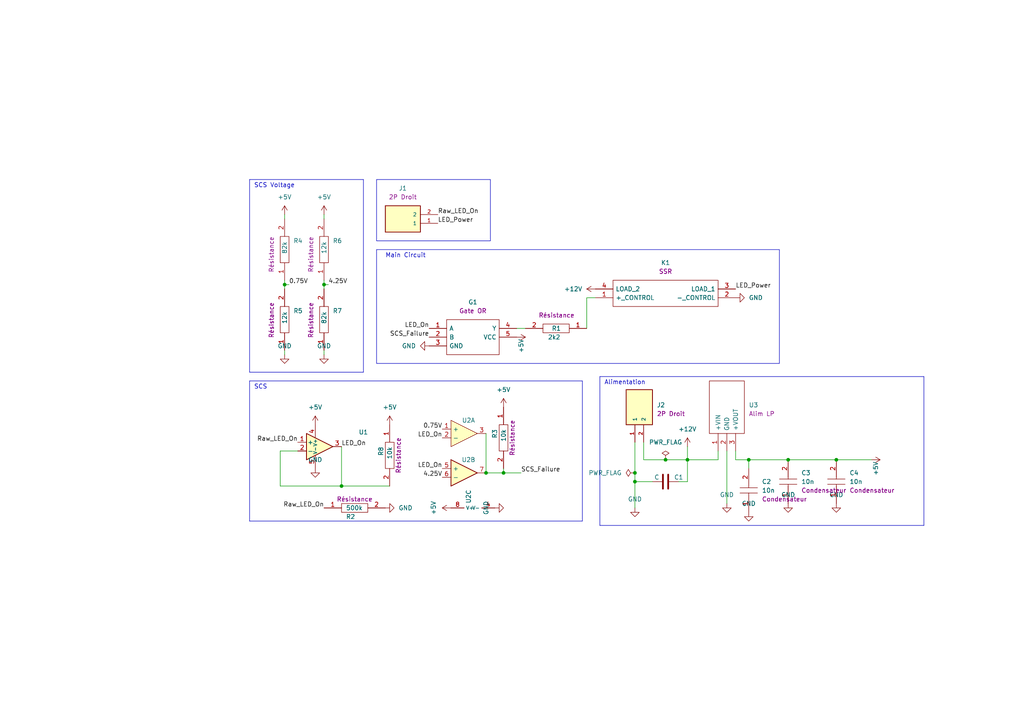
<source format=kicad_sch>
(kicad_sch (version 20231120) (generator "eeschema") (generator_version "8.0")
  (paper "A4")
  (lib_symbols
    (symbol "Device:C" (pin_numbers hide) (pin_names (offset 0.254))
      (property "Reference" "C" (at 0.635 2.54 0))
      (property "Value" "C" (at 0.635 -2.54 0))
      (symbol "C_0_1"
        (polyline (pts (xy -2.032 -0.762) (xy 2.032 -0.762)) (stroke (width 0.508)))
        (polyline (pts (xy -2.032 0.762) (xy 2.032 0.762)) (stroke (width 0.508)))
      )
      (symbol "C_1_1"
        (pin passive line (at 0 3.81 270) (length 2.794) (name "~") (number "1"))
        (pin passive line (at 0 -3.81 90) (length 2.794) (name "~") (number "2"))
      )
    )
    (symbol "EPSA_lib:2P Droit 2-11-2022" (pin_names (offset 1.016))
      (property "Reference" "J" (at 6.35 5.08 0))
      (property "Render Name" "2P Droit" (at 0 3.81 0))
      (symbol "2P Droit 2-11-2022_0_0"
        (rectangle (start -5.08 -5.08) (end 5.08 2.54) (stroke (width 0.254)) (fill (type background)))
        (pin passive line (at -10.16 0 0) (length 5.08) (name "1") (number "1"))
        (pin passive line (at -10.16 -2.54 0) (length 5.08) (name "2") (number "2"))
      )
    )
    (symbol "EPSA_lib:Alim LP TSR_0.5-2450" (pin_names (offset 0.762))
      (property "Reference" "U" (at 20.32 11.43 0))
      (property "Render Name" "Alim LP" (at 11.43 8.89 0))
      (symbol "Alim LP TSR_0.5-2450_0_0"
        (pin passive line (at -1.27 5.08 0) (length 5.08) (name "+VIN") (number "1"))
        (pin passive line (at -1.27 2.54 0) (length 5.08) (name "GND") (number "2"))
        (pin passive line (at -1.27 0 0) (length 5.08) (name "+VOUT") (number "3"))
      )
      (symbol "Alim LP TSR_0.5-2450_0_1"
        (polyline (pts (xy 3.81 7.62) (xy 19.05 7.62) (xy 19.05 -2.54) (xy 3.81 -2.54) (xy 3.81 7.62)) (stroke (width 0.1524)))
      )
    )
    (symbol "EPSA_lib:Condensateur 0805Y1000104JXT" (pin_names (offset 0.762))
      (property "Reference" "C" (at 1.5 -1.8 0))
      (property "Value" "10u" (at 11.43 -2.54 0))
      (property "Render Name" "Condensateur" (at 6.35 3.81 0))
      (symbol "Condensateur 0805Y1000104JXT_0_0"
        (pin passive line (at 0 0 0) (length 5.08) (name "~") (number "1"))
        (pin passive line (at 12.7 0 180) (length 5.08) (name "~") (number "2"))
      )
      (symbol "Condensateur 0805Y1000104JXT_0_1"
        (polyline (pts (xy 5.08 0) (xy 5.588 0)) (stroke (width 0.1524)))
        (polyline (pts (xy 5.588 2.54) (xy 5.588 -2.54)) (stroke (width 0.1524)))
        (polyline (pts (xy 7.112 0) (xy 7.62 0)) (stroke (width 0.1524)))
        (polyline (pts (xy 7.112 2.54) (xy 7.112 -2.54)) (stroke (width 0.1524)))
      )
    )
    (symbol "EPSA_lib:Gate OR SN74AHCT1G32DBVR" (pin_names (offset 0.762))
      (property "Reference" "G" (at 34.29 8.89 0))
      (property "Render Name" "Gate OR" (at 12.7 3.81 0))
      (symbol "Gate OR SN74AHCT1G32DBVR_0_0"
        (pin passive line (at 0 0 0) (length 5.08) (name "A") (number "1"))
        (pin passive line (at 0 -2.54 0) (length 5.08) (name "B") (number "2"))
        (pin passive line (at 0 -5.08 0) (length 5.08) (name "GND") (number "3"))
        (pin passive line (at 25.4 0 180) (length 5.08) (name "Y") (number "4"))
        (pin passive line (at 25.4 -2.54 180) (length 5.08) (name "VCC") (number "5"))
      )
      (symbol "Gate OR SN74AHCT1G32DBVR_0_1"
        (polyline (pts (xy 5.08 2.54) (xy 20.32 2.54) (xy 20.32 -7.62) (xy 5.08 -7.62) (xy 5.08 2.54)) (stroke (width 0.1524)))
      )
    )
    (symbol "EPSA_lib:Opamp" (pin_names (offset 0.254))
      (property "Reference" "U" (at 2.54 2.54 0))
      (property "Value" "${SIM.PARAMS}" (at 13.97 -5.08 0))
      (symbol "Opamp_0_1"
        (polyline (pts (xy 5.08 0) (xy -2.54 3.81) (xy -2.54 -3.81) (xy 5.08 0)) (stroke (width 0.254)) (fill (type background)))
      )
      (symbol "Opamp_1_1"
        (pin input line (at -5.08 1.27 0) (length 2.54) (name "+") (number "1"))
        (pin input line (at -5.08 -1.27 0) (length 2.54) (name "-") (number "2"))
        (pin open_collector line (at 7.62 0 180) (length 2.54) (name "~") (number "3"))
        (pin power_in line (at 0 6.35 270) (length 3.81) (name "V+") (number "4"))
        (pin power_in line (at 0 -6.35 90) (length 3.81) (name "V-") (number "5"))
      )
    )
    (symbol "EPSA_lib:Opamp_Dual"
      (property "Reference" "U" (at 7.62 -2.54 0))
      (property "Value" "Opamp_Dual" (at 10.16 -3.81 0))
      (symbol "Opamp_Dual_1_1"
        (polyline (pts (xy 0 3.81) (xy 0 -3.81) (xy 7.62 0) (xy 0 3.81)) (fill (type background)))
        (pin input line (at -2.54 1.27 0) (length 2.54) (name "+") (number "1"))
        (pin input line (at -2.54 -1.27 0) (length 2.54) (name "-") (number "2"))
        (pin open_collector line (at 10.16 0 180) (length 2.54) (name "~") (number "3"))
      )
      (symbol "Opamp_Dual_2_1"
        (polyline (pts (xy 0 3.81) (xy 7.62 0) (xy 0 -3.81) (xy 0 3.81)) (stroke (width 0.254)) (fill (type background)))
        (pin input line (at -2.54 1.27 0) (length 2.54) (name "+") (number "5"))
        (pin input line (at -2.54 -1.27 0) (length 2.54) (name "-") (number "6"))
        (pin open_collector line (at 10.16 0 180) (length 2.54) (name "~") (number "7"))
      )
      (symbol "Opamp_Dual_3_1"
        (pin power_in line (at 0 -6.35 90) (length 3.81) (name "V-") (number "4"))
        (pin power_in line (at 0 6.35 270) (length 3.81) (name "V+") (number "8"))
      )
    )
    (symbol "EPSA_lib:Résistance RK73H2BLTDD2152F" (pin_names (offset 0.762))
      (property "Reference" "R" (at 25.4 5.08 0))
      (property "Value" "10" (at 7.62 0 0))
      (property "Render Name" "Résistance" (at 8.89 2.54 0))
      (symbol "Résistance RK73H2BLTDD2152F_0_0"
        (pin passive line (at 0 0 0) (length 5.08) (name "~") (number "1"))
        (pin passive line (at 17.78 0 180) (length 5.08) (name "~") (number "2"))
      )
      (symbol "Résistance RK73H2BLTDD2152F_0_1"
        (polyline (pts (xy 5.08 1.27) (xy 12.7 1.27) (xy 12.7 -1.27) (xy 5.08 -1.27) (xy 5.08 1.27)) (stroke (width 0.1524)))
      )
    )
    (symbol "EPSA_lib:SSR CPC1394GR" (pin_names (offset 0.762))
      (property "Reference" "K" (at 19.05 -1.27 0))
      (property "Render Name" "SSR" (at 19.05 3.81 0))
      (symbol "SSR CPC1394GR_0_0"
        (pin passive line (at 0 -2.54 0) (length 5.08) (name "+_CONTROL") (number "1"))
        (pin passive line (at 40.64 -2.54 180) (length 5.08) (name "-_CONTROL") (number "2"))
        (pin passive line (at 40.64 0 180) (length 5.08) (name "LOAD_1") (number "3"))
        (pin passive line (at 0 0 0) (length 5.08) (name "LOAD_2") (number "4"))
      )
      (symbol "SSR CPC1394GR_0_1"
        (polyline (pts (xy 5.08 2.54) (xy 35.56 2.54) (xy 35.56 -5.08) (xy 5.08 -5.08) (xy 5.08 2.54)) (stroke (width 0.1524)))
      )
    )
    (symbol "Résistance RK73H2BLTDD2152F_1" (pin_names (offset 0.762))
      (property "Reference" "R" (at 25.4 5.08 0))
      (property "Value" "10" (at 7.62 0 0))
      (property "Render Name" "Résistance" (at 8.89 2.54 0))
      (symbol "Résistance RK73H2BLTDD2152F_1_0_0"
        (pin passive line (at 0 0 0) (length 5.08) (name "~") (number "1"))
        (pin passive line (at 17.78 0 180) (length 5.08) (name "~") (number "2"))
      )
      (symbol "Résistance RK73H2BLTDD2152F_1_0_1"
        (polyline (pts (xy 5.08 1.27) (xy 12.7 1.27) (xy 12.7 -1.27) (xy 5.08 -1.27) (xy 5.08 1.27)) (stroke (width 0.1524)))
      )
    )
    (symbol "Résistance RK73H2BLTDD2152F_3" (pin_names (offset 0.762))
      (property "Reference" "R" (at 25.4 5.08 0))
      (property "Value" "10" (at 7.62 0 0))
      (property "Render Name" "Résistance" (at 8.89 2.54 0))
      (symbol "Résistance RK73H2BLTDD2152F_3_0_0"
        (pin passive line (at 0 0 0) (length 5.08) (name "~") (number "1"))
        (pin passive line (at 17.78 0 180) (length 5.08) (name "~") (number "2"))
      )
      (symbol "Résistance RK73H2BLTDD2152F_3_0_1"
        (polyline (pts (xy 5.08 1.27) (xy 12.7 1.27) (xy 12.7 -1.27) (xy 5.08 -1.27) (xy 5.08 1.27)) (stroke (width 0.1524)))
      )
    )
    (symbol "Résistance RK73H2BLTDD2152F_4" (pin_names (offset 0.762))
      (property "Reference" "R" (at 25.4 5.08 0))
      (property "Value" "10" (at 7.62 0 0))
      (property "Render Name" "Résistance" (at 8.89 2.54 0))
      (symbol "Résistance RK73H2BLTDD2152F_4_0_0"
        (pin passive line (at 0 0 0) (length 5.08) (name "~") (number "1"))
        (pin passive line (at 17.78 0 180) (length 5.08) (name "~") (number "2"))
      )
      (symbol "Résistance RK73H2BLTDD2152F_4_0_1"
        (polyline (pts (xy 5.08 1.27) (xy 12.7 1.27) (xy 12.7 -1.27) (xy 5.08 -1.27) (xy 5.08 1.27)) (stroke (width 0.1524)))
      )
    )
    (symbol "Résistance RK73H2BLTDD2152F_5" (pin_names (offset 0.762))
      (property "Reference" "R" (at 25.4 5.08 0))
      (property "Value" "10" (at 7.62 0 0))
      (property "Render Name" "Résistance" (at 8.89 2.54 0))
      (symbol "Résistance RK73H2BLTDD2152F_5_0_0"
        (pin passive line (at 0 0 0) (length 5.08) (name "~") (number "1"))
        (pin passive line (at 17.78 0 180) (length 5.08) (name "~") (number "2"))
      )
      (symbol "Résistance RK73H2BLTDD2152F_5_0_1"
        (polyline (pts (xy 5.08 1.27) (xy 12.7 1.27) (xy 12.7 -1.27) (xy 5.08 -1.27) (xy 5.08 1.27)) (stroke (width 0.1524)))
      )
    )
    (symbol "power:+12V" (power) (pin_names (offset 0))
      (property "Value" "+12V" (at 0 3.556 0))
      (symbol "+12V_0_1"
        (polyline (pts (xy -0.762 1.27) (xy 0 2.54)))
        (polyline (pts (xy 0 0) (xy 0 2.54)))
        (polyline (pts (xy 0 2.54) (xy 0.762 1.27)))
      )
      (symbol "+12V_1_1"
        (pin power_in line (at 0 0 90) (length 0) hide (name "+12V") (number "1"))
      )
    )
    (symbol "power:+5V" (power) (pin_names (offset 0))
      (property "Value" "+5V" (at 0 3.556 0))
      (symbol "+5V_0_1"
        (polyline (pts (xy -0.762 1.27) (xy 0 2.54)))
        (polyline (pts (xy 0 0) (xy 0 2.54)))
        (polyline (pts (xy 0 2.54) (xy 0.762 1.27)))
      )
      (symbol "+5V_1_1"
        (pin power_in line (at 0 0 90) (length 0) hide (name "+5V") (number "1"))
      )
    )
    (symbol "power:GND" (power) (pin_names (offset 0))
      (property "Value" "GND" (at 0 -3.81 0))
      (symbol "GND_0_1"
        (polyline (pts (xy 0 0) (xy 0 -1.27) (xy 1.27 -1.27) (xy 0 -2.54) (xy -1.27 -1.27) (xy 0 -1.27)))
      )
      (symbol "GND_1_1"
        (pin power_in line (at 0 0 270) (length 0) hide (name "GND") (number "1"))
      )
    )
    (symbol "power:PWR_FLAG" (power) (pin_numbers hide) (pin_names (offset 0) hide)
      (property "Value" "PWR_FLAG" (at 0 3.81 0))
      (symbol "PWR_FLAG_0_0"
        (pin power_out line (at 0 0 90) (length 0) (name "pwr") (number "1"))
      )
      (symbol "PWR_FLAG_0_1"
        (polyline (pts (xy 0 0) (xy 0 1.27) (xy -1.016 1.905) (xy 0 2.54) (xy 1.016 1.905) (xy 0 1.27)))
      )
    )
  )
  (junction (at 242.57 133.35))
  (junction (at 193.04 133.35))
  (junction (at 146.05 137.16))
  (junction (at 93.98 82.55))
  (junction (at 184.15 139.7))
  (junction (at 99.06 140.97))
  (junction (at 199.39 133.35))
  (junction (at 228.6 133.35))
  (junction (at 217.17 133.35))
  (junction (at 140.97 137.16))
  (junction (at 184.15 137.16))
  (junction (at 82.55 82.55))
  (polyline (pts (xy 168.91 110.49) (xy 72.39 110.49)))
  (polyline (pts (xy 72.39 110.49) (xy 72.39 151.13)))
  (wire (pts (xy 99.06 129.54) (xy 99.06 140.97)))
  (wire (pts (xy 146.05 137.16) (xy 151.13 137.16)))
  (wire (pts (xy 93.98 82.55) (xy 93.98 83.82)))
  (polyline (pts (xy 105.41 107.95) (xy 72.39 107.95)))
  (wire (pts (xy 217.17 135.89) (xy 217.17 133.35)))
  (wire (pts (xy 184.15 137.16) (xy 184.15 139.7)))
  (polyline (pts (xy 173.99 152.4) (xy 267.97 152.4)))
  (wire (pts (xy 193.04 133.35) (xy 199.39 133.35)))
  (wire (pts (xy 146.05 137.16) (xy 146.05 135.89)))
  (wire (pts (xy 82.55 81.28) (xy 82.55 82.55)))
  (wire (pts (xy 82.55 62.23) (xy 82.55 63.5)))
  (wire (pts (xy 140.97 125.73) (xy 140.97 137.16)))
  (wire (pts (xy 170.18 86.36) (xy 170.18 95.25)))
  (wire (pts (xy 93.98 62.23) (xy 93.98 63.5)))
  (wire (pts (xy 186.69 128.27) (xy 186.69 133.35)))
  (wire (pts (xy 86.36 130.81) (xy 81.28 130.81)))
  (wire (pts (xy 170.18 86.36) (xy 172.72 86.36)))
  (polyline (pts (xy 72.39 52.07) (xy 105.41 52.07)))
  (polyline (pts (xy 173.99 109.22) (xy 173.99 152.4)))
  (wire (pts (xy 99.06 140.97) (xy 113.03 140.97)))
  (wire (pts (xy 186.69 133.35) (xy 193.04 133.35)))
  (wire (pts (xy 140.97 137.16) (xy 146.05 137.16)))
  (wire (pts (xy 184.15 128.27) (xy 184.15 137.16)))
  (wire (pts (xy 81.28 130.81) (xy 81.28 140.97)))
  (wire (pts (xy 81.28 140.97) (xy 99.06 140.97)))
  (polyline (pts (xy 168.91 151.13) (xy 168.91 110.49)))
  (wire (pts (xy 208.28 130.81) (xy 208.28 133.35)))
  (wire (pts (xy 208.28 133.35) (xy 199.39 133.35)))
  (polyline (pts (xy 72.39 52.07) (xy 72.39 107.95)))
  (polyline (pts (xy 72.39 151.13) (xy 168.91 151.13)))
  (polyline (pts (xy 105.41 52.07) (xy 105.41 107.95)))
  (wire (pts (xy 210.82 130.81) (xy 210.82 146.05)))
  (polyline (pts (xy 267.97 152.4) (xy 267.97 109.22)))
  (wire (pts (xy 199.39 139.7) (xy 199.39 133.35)))
  (wire (pts (xy 242.57 133.35) (xy 252.73 133.35)))
  (wire (pts (xy 199.39 129.54) (xy 199.39 133.35)))
  (wire (pts (xy 184.15 139.7) (xy 184.15 147.32)))
  (wire (pts (xy 228.6 133.35) (xy 242.57 133.35)))
  (wire (pts (xy 82.55 82.55) (xy 83.82 82.55)))
  (wire (pts (xy 184.15 139.7) (xy 189.23 139.7)))
  (polyline (pts (xy 267.97 109.22) (xy 173.99 109.22)))
  (wire (pts (xy 149.86 95.25) (xy 152.4 95.25)))
  (wire (pts (xy 93.98 82.55) (xy 95.25 82.55)))
  (wire (pts (xy 213.36 133.35) (xy 217.17 133.35)))
  (wire (pts (xy 93.98 81.28) (xy 93.98 82.55)))
  (wire (pts (xy 82.55 82.55) (xy 82.55 83.82)))
  (wire (pts (xy 82.55 101.6) (xy 82.55 102.87)))
  (wire (pts (xy 93.98 101.6) (xy 93.98 102.87)))
  (wire (pts (xy 217.17 133.35) (xy 228.6 133.35)))
  (wire (pts (xy 196.85 139.7) (xy 199.39 139.7)))
  (wire (pts (xy 213.36 130.81) (xy 213.36 133.35)))
  (rectangle (start 109.22 52.07) (end 142.24 69.85))
  (rectangle (start 109.22 72.39) (end 226.06 105.41))
  (text "Alimentation\n" (at 175.26 111.76 0) (effects (font (size 1.27 1.27)) (justify left bottom)))
  (text "Main Circuit" (at 111.76 74.93 0) (effects (font (size 1.27 1.27)) (justify left bottom)))
  (text "SCS\n" (at 73.66 113.03 0) (effects (font (size 1.27 1.27)) (justify left bottom)))
  (text "SCS Voltage" (at 73.66 54.61 0) (effects (font (size 1.27 1.27)) (justify left bottom)))
  (label "LED_On" (at 99.06 129.54 0))
  (label "SCS_Failure" (at 151.13 137.16 0))
  (label "4.25V" (at 128.27 138.43 180))
  (label "4.25V" (at 95.25 82.55 0))
  (label "LED_Power" (at 213.36 83.82 0))
  (label "LED_Power" (at 127 64.77 0))
  (label "LED_On" (at 124.46 95.25 180))
  (label "LED_On" (at 128.27 135.89 180))
  (label "SCS_Failure" (at 124.46 97.79 180))
  (label "Raw_LED_On" (at 127 62.23 0))
  (label "Raw_LED_On" (at 93.98 147.32 180))
  (label "Raw_LED_On" (at 86.36 128.27 180))
  (label "0.75V" (at 83.82 82.55 0))
  (label "0.75V" (at 128.27 124.46 180))
  (label "LED_On" (at 128.27 127 180))
  (symbol (lib_id "EPSA_lib:Opamp") (at 91.44 129.54 0) (unit 1)
    (property "Reference" "U1" (at 105.41 125.3491 0))
    (property "Value" "${SIM.PARAMS}" (effects (hide yes)))
    (property "Footprint" "Package_TO_SOT_SMD:SOT-353_SC-70-5_Handsoldering" (effects (hide yes)))
    (property "Datasheet" "https://www.ti.com/lit/gpn/tlv9064-q1" (effects (hide yes)))
    (property "Manufacturer_Name" "Texas Instruments" (effects (hide yes)))
    (property "Manufacturer_Part_Number" "TLV9061QDCKRQ1 " (effects (hide yes)))
    (property "Mouser Part Number" " 595-TLV9061QDCKRQ1 " (effects (hide yes)))
  )
  (symbol (lib_id "EPSA_lib:Condensateur 0805Y1000104JXT") (at 217.17 148.59 90) (unit 1)
    (property "Reference" "C2" (at 220.98 139.7 90) (effects (justify right)))
    (property "Value" "10n" (at 220.98 142.24 90) (effects (justify right)))
    (property "Footprint" "EPSA_lib:CAPC2012X130N" (effects (hide yes)))
    (property "Datasheet" "http://docs-europe.electrocomponents.com/webdocs/119d/0900766b8119d7bc.pdf" (effects (hide yes)))
    (property "Description" "Syfer 0805 Ceramic Chip Capacitors" (effects (hide yes)))
    (property "Sim.Pins" "1=+ 2=-" (effects (hide yes)))
    (property "Sim.Device" "C" (effects (hide yes)))
    (property "Height" "1.3" (effects (hide yes)))
    (property "Manufacturer_Name" "Syfer" (effects (hide yes)))
    (property "Manufacturer_Part_Number" "0805Y1000104JXT" (effects (hide yes)))
    (property "Render Name" "Condensateur" (at 220.98 144.78 90) (effects (justify right)))
  )
  (symbol (lib_id "EPSA_lib:Condensateur 0805Y1000104JXT") (at 242.57 146.05 90) (unit 1)
    (property "Reference" "C4" (at 246.38 137.16 90) (effects (justify right)))
    (property "Value" "10n" (at 246.38 139.7 90) (effects (justify right)))
    (property "Footprint" "EPSA_lib:CAPC2012X130N" (effects (hide yes)))
    (property "Datasheet" "http://docs-europe.electrocomponents.com/webdocs/119d/0900766b8119d7bc.pdf" (effects (hide yes)))
    (property "Description" "Syfer 0805 Ceramic Chip Capacitors" (effects (hide yes)))
    (property "Sim.Pins" "1=+ 2=-" (effects (hide yes)))
    (property "Sim.Device" "C" (effects (hide yes)))
    (property "Height" "1.3" (effects (hide yes)))
    (property "Manufacturer_Name" "Syfer" (effects (hide yes)))
    (property "Manufacturer_Part_Number" "0805Y1000104JXT" (effects (hide yes)))
    (property "Render Name" "Condensateur" (at 246.38 142.24 90) (effects (justify right)))
  )
  (symbol (lib_id "EPSA_lib:Condensateur 0805Y1000104JXT") (at 228.6 146.05 90) (unit 1)
    (property "Reference" "C3" (at 232.41 137.16 90) (effects (justify right)))
    (property "Value" "10n" (at 232.41 139.7 90) (effects (justify right)))
    (property "Footprint" "EPSA_lib:CAPC2012X130N" (effects (hide yes)))
    (property "Datasheet" "http://docs-europe.electrocomponents.com/webdocs/119d/0900766b8119d7bc.pdf" (effects (hide yes)))
    (property "Description" "Syfer 0805 Ceramic Chip Capacitors" (effects (hide yes)))
    (property "Sim.Pins" "1=+ 2=-" (effects (hide yes)))
    (property "Sim.Device" "C" (effects (hide yes)))
    (property "Height" "1.3" (effects (hide yes)))
    (property "Manufacturer_Name" "Syfer" (effects (hide yes)))
    (property "Manufacturer_Part_Number" "0805Y1000104JXT" (effects (hide yes)))
    (property "Render Name" "Condensateur" (at 232.41 142.24 90) (effects (justify right)))
  )
  (symbol (lib_id "power:+12V") (at 172.72 83.82 90) (unit 1)
    (property "Reference" "#PWR03" (effects (hide yes)))
    (property "Value" "+12V" (at 168.91 83.82 90) (effects (justify left)))
  )
  (symbol (lib_id "EPSA_lib:Résistance RK73H2BLTDD2152F") (at 113.03 123.19 270) (unit 1)
    (property "Reference" "R8" (at 110.49 129.54 0) (effects (justify left)))
    (property "Value" "10k" (at 113.03 129.54 0) (effects (justify left)))
    (property "Footprint" "EPSA_lib:RESC3216X70N" (effects (hide yes)))
    (property "Datasheet" "http://www.koaspeer.com/catimages/Products/RK73H/RK73H.pdf" (effects (hide yes)))
    (property "Description" "Thick Film Resistors - SMD" (effects (hide yes)))
    (property "Height" "0.7" (effects (hide yes)))
    (property "Manufacturer_Name" "KOA Speer" (effects (hide yes)))
    (property "Manufacturer_Part_Number" "RK73H2BLTDD2152F" (effects (hide yes)))
    (property "Mouser Part Number" "N/A" (effects (hide yes)))
    (property "Mouser Price/Stock" "https://www.mouser.co.uk/ProductDetail/KOA-Speer/RK73H2BLTDD2152F?qs=WeIALVmW3zmyxMFsjVzMRw%3D%3D" (effects (hide yes)))
    (property "Sim.Device" "R" (effects (hide yes)))
    (property "Sim.Params" "type=\"R\" model=\"10k\" lib=\"\"" (effects (hide yes)))
    (property "Sim.Pins" "1=+ 2=-" (effects (hide yes)))
    (property "Render Name" "Résistance" (at 115.57 132.08 0))
  )
  (symbol (lib_id "power:GND") (at 124.46 100.33 270) (unit 1)
    (property "Reference" "#GND010" (effects (hide yes)))
    (property "Value" "GND" (at 120.65 100.33 90) (effects (justify right)))
  )
  (symbol (lib_id "EPSA_lib:Résistance RK73H2BLTDD2152F") (at 93.98 147.32 0) (unit 1)
    (property "Reference" "R2" (at 100.33 149.86 0) (effects (justify left)))
    (property "Value" "500k" (at 100.33 147.32 0) (effects (justify left)))
    (property "Footprint" "EPSA_lib:RESC3216X70N" (effects (hide yes)))
    (property "Datasheet" "http://www.koaspeer.com/catimages/Products/RK73H/RK73H.pdf" (effects (hide yes)))
    (property "Description" "Thick Film Resistors - SMD" (effects (hide yes)))
    (property "Height" "0.7" (effects (hide yes)))
    (property "Manufacturer_Name" "KOA Speer" (effects (hide yes)))
    (property "Manufacturer_Part_Number" "RK73H2BLTDD2152F" (effects (hide yes)))
    (property "Mouser Part Number" "N/A" (effects (hide yes)))
    (property "Mouser Price/Stock" "https://www.mouser.co.uk/ProductDetail/KOA-Speer/RK73H2BLTDD2152F?qs=WeIALVmW3zmyxMFsjVzMRw%3D%3D" (effects (hide yes)))
    (property "Sim.Device" "R" (effects (hide yes)))
    (property "Sim.Params" "type=\"R\" model=\"10k\" lib=\"\"" (effects (hide yes)))
    (property "Sim.Pins" "1=+ 2=-" (effects (hide yes)))
    (property "Render Name" "Résistance" (at 102.87 144.78 0))
  )
  (symbol (lib_id "power:GND") (at 82.55 102.87 0) (unit 1)
    (property "Reference" "#GND07" (effects (hide yes)))
    (property "Value" "GND" (at 82.55 100.33 0))
  )
  (symbol (lib_id "power:GND") (at 217.17 148.59 0) (unit 1)
    (property "Reference" "#GND06" (effects (hide yes)))
    (property "Value" "GND" (at 217.17 146.05 0))
  )
  (symbol (lib_id "power:+5V") (at 130.81 147.32 90) (unit 1)
    (property "Reference" "#PWR05" (effects (hide yes)))
    (property "Value" "+5V" (at 125.73 147.32 0))
  )
  (symbol (lib_id "power:+5V") (at 91.44 123.19 0) (unit 1)
    (property "Reference" "#PWR04" (effects (hide yes)))
    (property "Value" "+5V" (at 91.44 118.11 0))
  )
  (symbol (lib_id "power:GND") (at 184.15 147.32 0) (unit 1)
    (property "Reference" "#GND04" (effects (hide yes)))
    (property "Value" "GND" (at 184.15 144.78 0))
  )
  (symbol (lib_id "power:+5V") (at 82.55 62.23 0) (unit 1)
    (property "Reference" "#PWR01" (effects (hide yes)))
    (property "Value" "+5V" (at 82.55 57.15 0))
  )
  (symbol (lib_id "power:PWR_FLAG") (at 193.04 133.35 0) (unit 1)
    (property "Reference" "#FLG01" (effects (hide yes)))
    (property "Value" "PWR_FLAG" (at 193.04 128.27 0))
  )
  (symbol (lib_id "power:GND") (at 242.57 146.05 0) (unit 1)
    (property "Reference" "#GND012" (effects (hide yes)))
    (property "Value" "GND" (at 242.57 143.51 0))
  )
  (symbol (lib_id "EPSA_lib:Résistance RK73H2BLTDD2152F") (at 146.05 118.11 270) (unit 1)
    (property "Reference" "R3" (at 143.51 124.46 0) (effects (justify left)))
    (property "Value" "10k" (at 146.05 124.46 0) (effects (justify left)))
    (property "Footprint" "EPSA_lib:RESC3216X70N" (effects (hide yes)))
    (property "Datasheet" "http://www.koaspeer.com/catimages/Products/RK73H/RK73H.pdf" (effects (hide yes)))
    (property "Description" "Thick Film Resistors - SMD" (effects (hide yes)))
    (property "Height" "0.7" (effects (hide yes)))
    (property "Manufacturer_Name" "KOA Speer" (effects (hide yes)))
    (property "Manufacturer_Part_Number" "RK73H2BLTDD2152F" (effects (hide yes)))
    (property "Mouser Part Number" "N/A" (effects (hide yes)))
    (property "Mouser Price/Stock" "https://www.mouser.co.uk/ProductDetail/KOA-Speer/RK73H2BLTDD2152F?qs=WeIALVmW3zmyxMFsjVzMRw%3D%3D" (effects (hide yes)))
    (property "Sim.Device" "R" (effects (hide yes)))
    (property "Sim.Params" "type=\"R\" model=\"10k\" lib=\"\"" (effects (hide yes)))
    (property "Sim.Pins" "1=+ 2=-" (effects (hide yes)))
    (property "Render Name" "Résistance" (at 148.59 127 0))
  )
  (symbol (lib_id "power:PWR_FLAG") (at 184.15 137.16 90) (unit 1)
    (property "Reference" "#FLG04" (effects (hide yes)))
    (property "Value" "PWR_FLAG" (at 180.34 137.16 90) (effects (justify left)))
  )
  (symbol (lib_name "Résistance RK73H2BLTDD2152F_1") (lib_id "EPSA_lib:Résistance RK73H2BLTDD2152F") (at 82.55 81.28 90) (unit 1)
    (property "Reference" "R4" (at 85.09 69.8499 90) (effects (justify right)))
    (property "Value" "82k" (at 82.55 73.66 0) (effects (justify left)))
    (property "Footprint" "EPSA_lib:RESC3216X70N" (effects (hide yes)))
    (property "Datasheet" "http://www.koaspeer.com/catimages/Products/RK73H/RK73H.pdf" (effects (hide yes)))
    (property "Description" "Thick Film Resistors - SMD" (effects (hide yes)))
    (property "Height" "0.7" (effects (hide yes)))
    (property "Manufacturer_Name" "KOA Speer" (effects (hide yes)))
    (property "Manufacturer_Part_Number" "RK73H2BLTDD2152F" (effects (hide yes)))
    (property "Mouser Part Number" "N/A" (effects (hide yes)))
    (property "Mouser Price/Stock" "https://www.mouser.co.uk/ProductDetail/KOA-Speer/RK73H2BLTDD2152F?qs=WeIALVmW3zmyxMFsjVzMRw%3D%3D" (effects (hide yes)))
    (property "Render Name" "Résistance" (at 78.74 68.58 0) (effects (justify right)))
    (property "Sim.Device" "R" (effects (hide yes)))
    (property "Sim.Params" "type=\"R\" model=\"8k\" lib=\"\"" (effects (hide yes)))
    (property "Sim.Pins" "1=+ 2=-" (effects (hide yes)))
  )
  (symbol (lib_name "Résistance RK73H2BLTDD2152F_4") (lib_id "EPSA_lib:Résistance RK73H2BLTDD2152F") (at 82.55 101.6 90) (unit 1)
    (property "Reference" "R5" (at 85.09 90.1699 90) (effects (justify right)))
    (property "Value" "12k" (at 82.55 93.98 0) (effects (justify left)))
    (property "Footprint" "EPSA_lib:RESC3216X70N" (effects (hide yes)))
    (property "Datasheet" "http://www.koaspeer.com/catimages/Products/RK73H/RK73H.pdf" (effects (hide yes)))
    (property "Description" "Thick Film Resistors - SMD" (effects (hide yes)))
    (property "Height" "0.7" (effects (hide yes)))
    (property "Manufacturer_Name" "KOA Speer" (effects (hide yes)))
    (property "Manufacturer_Part_Number" "RK73H2BLTDD2152F" (effects (hide yes)))
    (property "Mouser Part Number" "N/A" (effects (hide yes)))
    (property "Mouser Price/Stock" "https://www.mouser.co.uk/ProductDetail/KOA-Speer/RK73H2BLTDD2152F?qs=WeIALVmW3zmyxMFsjVzMRw%3D%3D" (effects (hide yes)))
    (property "Render Name" "Résistance" (at 78.74 87.63 0) (effects (justify right)))
    (property "Sim.Device" "R" (effects (hide yes)))
    (property "Sim.Params" "type=\"R\" model=\"2k\" lib=\"\"" (effects (hide yes)))
    (property "Sim.Pins" "1=+ 2=-" (effects (hide yes)))
  )
  (symbol (lib_id "power:+5V") (at 146.05 118.11 0) (unit 1)
    (property "Reference" "#PWR06" (effects (hide yes)))
    (property "Value" "+5V" (at 146.05 113.03 0))
  )
  (symbol (lib_id "power:GND") (at 143.51 147.32 90) (unit 1)
    (property "Reference" "#GND03" (effects (hide yes)))
    (property "Value" "GND" (at 140.97 147.32 0))
  )
  (symbol (lib_id "power:GND") (at 213.36 86.36 90) (unit 1)
    (property "Reference" "#GND09" (effects (hide yes)))
    (property "Value" "GND" (at 217.17 86.36 90) (effects (justify right)))
  )
  (symbol (lib_id "EPSA_lib:Opamp_Dual") (at 137.16 147.32 90) (unit 3)
    (property "Reference" "U2" (at 135.89 146.05 0) (effects (justify left)))
    (property "Value" "Opamp_Dual" (effects (hide yes)))
    (property "Footprint" "Package_SO:TSSOP-8_4.4x3mm_P0.65mm" (effects (hide yes)))
    (property "Datasheet" "https://www.ti.com/lit/gpn/tlv9064-q1" (effects (hide yes)))
    (property "Manufacturer_Name" "Texas Instruments" (effects (hide yes)))
    (property "Manufacturer_Part_Number" "TLV9062QPWRQ1 " (effects (hide yes)))
    (property "Mouser Part Number" "595-TLV9062QPWRQ1 " (effects (hide yes)))
  )
  (symbol (lib_id "power:+5V") (at 93.98 62.23 0) (unit 1)
    (property "Reference" "#PWR02" (effects (hide yes)))
    (property "Value" "+5V" (at 93.98 57.15 0))
  )
  (symbol (lib_id "EPSA_lib:2P Droit 2-11-2022") (at 184.15 118.11 90) (unit 1) (exclude_from_sim yes)
    (property "Reference" "J2" (at 190.5 117.475 90) (effects (justify right)))
    (property "Value" "2P Droit 2-11-2022" (effects (hide yes)))
    (property "Footprint" "EPSA_lib:MOLEX_22-11-2022" (effects (hide yes)))
    (property "Sim.Pins" "1=1 2=2" (effects (hide yes)))
    (property "Sim.Device" "SPICE" (effects (hide yes)))
    (property "Sim.Params" "type=\"J\" model=\"22-11-2022\" lib=\"\"" (effects (hide yes)))
    (property "MAXIMUM_PACKAGE_HEIGHT" "10.66mm" (effects (hide yes)))
    (property "PARTREV" "BD8" (effects (hide yes)))
    (property "STANDARD" "Manufacturer Recommendations" (effects (hide yes)))
    (property "MANUFACTURER" "Molex" (effects (hide yes)))
    (property "Render Name" "2P Droit" (at 190.5 120.015 90) (effects (justify right)))
  )
  (symbol (lib_id "power:GND") (at 210.82 146.05 0) (unit 1)
    (property "Reference" "#GND05" (effects (hide yes)))
    (property "Value" "GND" (at 210.82 143.51 0))
  )
  (symbol (lib_name "Résistance RK73H2BLTDD2152F_3") (lib_id "EPSA_lib:Résistance RK73H2BLTDD2152F") (at 93.98 101.6 90) (unit 1)
    (property "Reference" "R7" (at 96.52 90.1699 90) (effects (justify right)))
    (property "Value" "82k" (at 93.98 93.98 0) (effects (justify left)))
    (property "Footprint" "EPSA_lib:RESC3216X70N" (effects (hide yes)))
    (property "Datasheet" "http://www.koaspeer.com/catimages/Products/RK73H/RK73H.pdf" (effects (hide yes)))
    (property "Description" "Thick Film Resistors - SMD" (effects (hide yes)))
    (property "Height" "0.7" (effects (hide yes)))
    (property "Manufacturer_Name" "KOA Speer" (effects (hide yes)))
    (property "Manufacturer_Part_Number" "RK73H2BLTDD2152F" (effects (hide yes)))
    (property "Mouser Part Number" "N/A" (effects (hide yes)))
    (property "Mouser Price/Stock" "https://www.mouser.co.uk/ProductDetail/KOA-Speer/RK73H2BLTDD2152F?qs=WeIALVmW3zmyxMFsjVzMRw%3D%3D" (effects (hide yes)))
    (property "Render Name" "Résistance" (at 90.17 87.63 0) (effects (justify right)))
    (property "Sim.Device" "R" (effects (hide yes)))
    (property "Sim.Params" "type=\"R\" model=\"8k\" lib=\"\"" (effects (hide yes)))
    (property "Sim.Pins" "1=+ 2=-" (effects (hide yes)))
  )
  (symbol (lib_name "Résistance RK73H2BLTDD2152F_5") (lib_id "EPSA_lib:Résistance RK73H2BLTDD2152F") (at 93.98 81.28 90) (unit 1)
    (property "Reference" "R6" (at 96.52 69.8499 90) (effects (justify right)))
    (property "Value" "12k" (at 93.98 73.66 0) (effects (justify left)))
    (property "Footprint" "EPSA_lib:RESC3216X70N" (effects (hide yes)))
    (property "Datasheet" "http://www.koaspeer.com/catimages/Products/RK73H/RK73H.pdf" (effects (hide yes)))
    (property "Description" "Thick Film Resistors - SMD" (effects (hide yes)))
    (property "Height" "0.7" (effects (hide yes)))
    (property "Manufacturer_Name" "KOA Speer" (effects (hide yes)))
    (property "Manufacturer_Part_Number" "RK73H2BLTDD2152F" (effects (hide yes)))
    (property "Mouser Part Number" "N/A" (effects (hide yes)))
    (property "Mouser Price/Stock" "https://www.mouser.co.uk/ProductDetail/KOA-Speer/RK73H2BLTDD2152F?qs=WeIALVmW3zmyxMFsjVzMRw%3D%3D" (effects (hide yes)))
    (property "Render Name" "Résistance" (at 90.17 68.58 0) (effects (justify right)))
    (property "Sim.Device" "R" (effects (hide yes)))
    (property "Sim.Params" "type=\"R\" model=\"2k\" lib=\"\"" (effects (hide yes)))
    (property "Sim.Pins" "1=+ 2=-" (effects (hide yes)))
  )
  (symbol (lib_name "Résistance RK73H2BLTDD2152F_5") (lib_id "EPSA_lib:Résistance RK73H2BLTDD2152F") (at 170.18 95.25 180) (unit 1)
    (property "Reference" "R1" (at 160.02 95.25 0) (effects (justify right)))
    (property "Value" "2k2" (at 162.56 97.79 0) (effects (justify left)))
    (property "Footprint" "EPSA_lib:RESC3216X70N" (effects (hide yes)))
    (property "Datasheet" "http://www.koaspeer.com/catimages/Products/RK73H/RK73H.pdf" (effects (hide yes)))
    (property "Description" "Thick Film Resistors - SMD" (effects (hide yes)))
    (property "Height" "0.7" (effects (hide yes)))
    (property "Manufacturer_Name" "KOA Speer" (effects (hide yes)))
    (property "Manufacturer_Part_Number" "RK73H2BLTDD2152F" (effects (hide yes)))
    (property "Mouser Part Number" "N/A" (effects (hide yes)))
    (property "Mouser Price/Stock" "https://www.mouser.co.uk/ProductDetail/KOA-Speer/RK73H2BLTDD2152F?qs=WeIALVmW3zmyxMFsjVzMRw%3D%3D" (effects (hide yes)))
    (property "Render Name" "Résistance" (at 156.21 91.44 0) (effects (justify right)))
    (property "Sim.Device" "R" (effects (hide yes)))
    (property "Sim.Params" "type=\"R\" model=\"2k\" lib=\"\"" (effects (hide yes)))
    (property "Sim.Pins" "1=+ 2=-" (effects (hide yes)))
  )
  (symbol (lib_id "EPSA_lib:SSR CPC1394GR") (at 172.72 83.82 0) (unit 1)
    (property "Reference" "K1" (at 193.04 76.2 0))
    (property "Value" "SSR CPC1394GR" (effects (hide yes)))
    (property "Footprint" "EPSA_lib:CPC1394GR" (effects (hide yes)))
    (property "Datasheet" "https://componentsearchengine.com/Datasheets/1/CPC1394GR.pdf" (effects (hide yes)))
    (property "Description" "SPST-NO Solid State Relay Solder 120 mA rms/mA dc Surface Mount, DC MOSFET" (effects (hide yes)))
    (property "Sim.Pins" "1=1 2=2 3=3 4=4" (effects (hide yes)))
    (property "Sim.Device" "SPICE" (effects (hide yes)))
    (property "Sim.Params" "type=\"X\" model=\"SWITCH\" lib=\"${EPSA_lib}\\SpiceModel\\SSR.lib\"" (effects (hide yes)))
    (property "Height" "3.556" (effects (hide yes)))
    (property "Manufacturer_Name" "LITTELFUSE" (effects (hide yes)))
    (property "Manufacturer_Part_Number" "CPC1394GR" (effects (hide yes)))
    (property "Mouser Part Number" "849-CPC1394GR" (effects (hide yes)))
    (property "Mouser Price/Stock" "https://www.mouser.co.uk/ProductDetail/IXYS-Integrated-Circuits/CPC1394GR?qs=8uBHJDVwVqyTG8bzDwZMmA%3D%3D" (effects (hide yes)))
    (property "Render Name" "SSR" (at 193.04 78.74 0))
  )
  (symbol (lib_id "power:+12V") (at 199.39 129.54 0) (unit 1)
    (property "Reference" "#PWR07" (effects (hide yes)))
    (property "Value" "+12V" (at 199.39 124.46 0))
  )
  (symbol (lib_id "power:GND") (at 93.98 102.87 0) (unit 1)
    (property "Reference" "#GND08" (effects (hide yes)))
    (property "Value" "GND" (at 93.98 100.33 0))
  )
  (symbol (lib_id "Device:C") (at 193.04 139.7 90) (unit 1)
    (property "Reference" "C1" (at 196.85 138.43 90))
    (property "Value" "C" (at 190.5 138.43 90))
    (property "Footprint" "Capacitor_THT:CP_Radial_D5.0mm_P2.00mm" (effects (hide yes)))
  )
  (symbol (lib_id "power:GND") (at 91.44 135.89 0) (unit 1)
    (property "Reference" "#GND01" (effects (hide yes)))
    (property "Value" "GND" (at 91.44 133.35 0))
  )
  (symbol (lib_id "power:GND") (at 228.6 146.05 0) (unit 1)
    (property "Reference" "#GND011" (effects (hide yes)))
    (property "Value" "GND" (at 228.6 143.51 0))
  )
  (symbol (lib_id "power:GND") (at 111.76 147.32 90) (unit 1)
    (property "Reference" "#GND02" (effects (hide yes)))
    (property "Value" "GND" (at 115.57 147.32 90) (effects (justify right)))
  )
  (symbol (lib_id "power:+5V") (at 149.86 97.79 270) (unit 1)
    (property "Reference" "#PWR09" (effects (hide yes)))
    (property "Value" "+5V" (at 151.13 100.33 0))
  )
  (symbol (lib_id "EPSA_lib:Opamp_Dual") (at 130.81 137.16 0) (unit 2)
    (property "Reference" "U2" (at 135.89 133.35 0))
    (property "Value" "Opamp_Dual" (effects (hide yes)))
    (property "Footprint" "Package_SO:TSSOP-8_4.4x3mm_P0.65mm" (effects (hide yes)))
    (property "Datasheet" "https://www.ti.com/lit/gpn/tlv9064-q1" (effects (hide yes)))
    (property "Manufacturer_Name" "Texas Instruments" (effects (hide yes)))
    (property "Manufacturer_Part_Number" "TLV9062QPWRQ1 " (effects (hide yes)))
    (property "Mouser Part Number" "595-TLV9062QPWRQ1 " (effects (hide yes)))
  )
  (symbol (lib_id "EPSA_lib:2P Droit 2-11-2022") (at 116.84 64.77 180) (unit 1) (exclude_from_sim yes)
    (property "Reference" "J1" (at 116.84 54.61 0))
    (property "Value" "2P Droit 2-11-2022" (effects (hide yes)))
    (property "Footprint" "EPSA_lib:MOLEX_22-11-2022" (effects (hide yes)))
    (property "Sim.Pins" "1=1 2=2" (effects (hide yes)))
    (property "Sim.Device" "SPICE" (effects (hide yes)))
    (property "Sim.Params" "type=\"J\" model=\"22-11-2022\" lib=\"\"" (effects (hide yes)))
    (property "MAXIMUM_PACKAGE_HEIGHT" "10.66mm" (effects (hide yes)))
    (property "PARTREV" "BD8" (effects (hide yes)))
    (property "STANDARD" "Manufacturer Recommendations" (effects (hide yes)))
    (property "MANUFACTURER" "Molex" (effects (hide yes)))
    (property "Render Name" "2P Droit" (at 116.84 57.15 0))
  )
  (symbol (lib_id "EPSA_lib:Gate OR SN74AHCT1G32DBVR") (at 124.46 95.25 0) (unit 1)
    (property "Reference" "G1" (at 137.16 87.63 0))
    (property "Value" "Gate OR SN74AHCT1G32DBVR" (effects (hide yes)))
    (property "Footprint" "EPSA_lib:SOT95P280X145-5N" (effects (hide yes)))
    (property "Datasheet" "http://www.ti.com/lit/ds/symlink/sn74ahct1g32.pdf" (effects (hide yes)))
    (property "Description" "2-Input Positive-OR Gate SN74AHCT1G32DBV" (effects (hide yes)))
    (property "Sim.Pins" "4=1 1=2 2=3 5=4 3=5" (effects (hide yes)))
    (property "Sim.Device" "SPICE" (effects (hide yes)))
    (property "Sim.Params" "type=\"X\" model=\"SN74AHCT1G32\" lib=\"${EPSA}\\SpiceModel\\OR_SN74AHCT1G32.lib\"" (effects (hide yes)))
    (property "Height" "1.45" (effects (hide yes)))
    (property "Manufacturer_Name" "Texas Instruments" (effects (hide yes)))
    (property "Manufacturer_Part_Number" "SN74AHCT1G32DBVR" (effects (hide yes)))
    (property "Mouser Part Number" "595-SN74AHCT1G32DBVR" (effects (hide yes)))
    (property "Mouser Price/Stock" "https://www.mouser.co.uk/ProductDetail/Texas-Instruments/SN74AHCT1G32DBVR?qs=0le1rQK8zxpIB8pUTaKa9Q%3D%3D" (effects (hide yes)))
    (property "Arrow Part Number" "SN74AHCT1G32DBVR" (effects (hide yes)))
    (property "Arrow Price/Stock" "https://www.arrow.com/en/products/sn74ahct1g32dbvr/texas-instruments" (effects (hide yes)))
    (property "Render Name" "Gate OR" (at 137.16 90.17 0))
  )
  (symbol (lib_id "EPSA_lib:Opamp_Dual") (at 130.81 125.73 0) (unit 1)
    (property "Reference" "U2" (at 135.89 121.92 0))
    (property "Value" "Opamp_Dual" (effects (hide yes)))
    (property "Footprint" "Package_SO:TSSOP-8_4.4x3mm_P0.65mm" (effects (hide yes)))
    (property "Datasheet" "https://www.ti.com/lit/gpn/tlv9064-q1" (effects (hide yes)))
    (property "Manufacturer_Name" "Texas Instruments" (effects (hide yes)))
    (property "Manufacturer_Part_Number" "TLV9062QPWRQ1 " (effects (hide yes)))
    (property "Mouser Part Number" "595-TLV9062QPWRQ1 " (effects (hide yes)))
  )
  (symbol (lib_id "power:+5V") (at 252.73 133.35 270) (unit 1)
    (property "Reference" "#PWR08" (effects (hide yes)))
    (property "Value" "+5V" (at 254 135.89 0))
  )
  (symbol (lib_id "EPSA_lib:Alim LP TSR_0.5-2450") (at 213.36 129.54 90) (unit 1) (exclude_from_sim yes)
    (property "Reference" "U3" (at 217.17 117.475 90) (effects (justify right)))
    (property "Value" "Alim LP TSR_0.5-2450" (effects (hide yes)))
    (property "Footprint" "EPSA_lib:TSR-0.5-2433" (effects (hide yes)))
    (property "Datasheet" "https://tracopower.com/tsr0-5-datasheet/" (effects (hide yes)))
    (property "Description" "0.5 Amp POL switching regulator, 4.75 to -32 VDC input, pos.-pos. circuit, LM78 compatible, SIP-3" (effects (hide yes)))
    (property "Sim.Pins" "1=1 2=2 3=3" (effects (hide yes)))
    (property "Sim.Device" "SPICE" (effects (hide yes)))
    (property "Sim.Params" "type=\"R\" model=\"Alim LP TSR_0.5-2450\" lib=\"\"" (effects (hide yes)))
    (property "Manufacturer_Name" "Traco Power" (effects (hide yes)))
    (property "Manufacturer_Part_Number" "TSR 0.5-2450" (effects (hide yes)))
    (property "Mouser Part Number" "495-TSR0.5-2450" (effects (hide yes)))
    (property "Mouser Price/Stock" "https://www.mouser.co.uk/ProductDetail/TRACO-Power/TSR-0.5-2450?qs=ckJk83FOD0XpEgQBSwF%2FIw%3D%3D" (effects (hide yes)))
    (property "Arrow Part Number" "TSR 0.5-2450" (effects (hide yes)))
    (property "Arrow Price/Stock" "https://www.arrow.com/en/products/tsr0.5-2450/traco-electronic-ag?region=europe" (effects (hide yes)))
    (property "Render Name" "Alim LP" (at 217.17 120.015 90) (effects (justify right)))
  )
  (symbol (lib_id "power:+5V") (at 113.03 123.19 0) (unit 1)
    (property "Reference" "#PWR010" (effects (hide yes)))
    (property "Value" "+5V" (at 113.03 118.11 0))
  )
)
</source>
